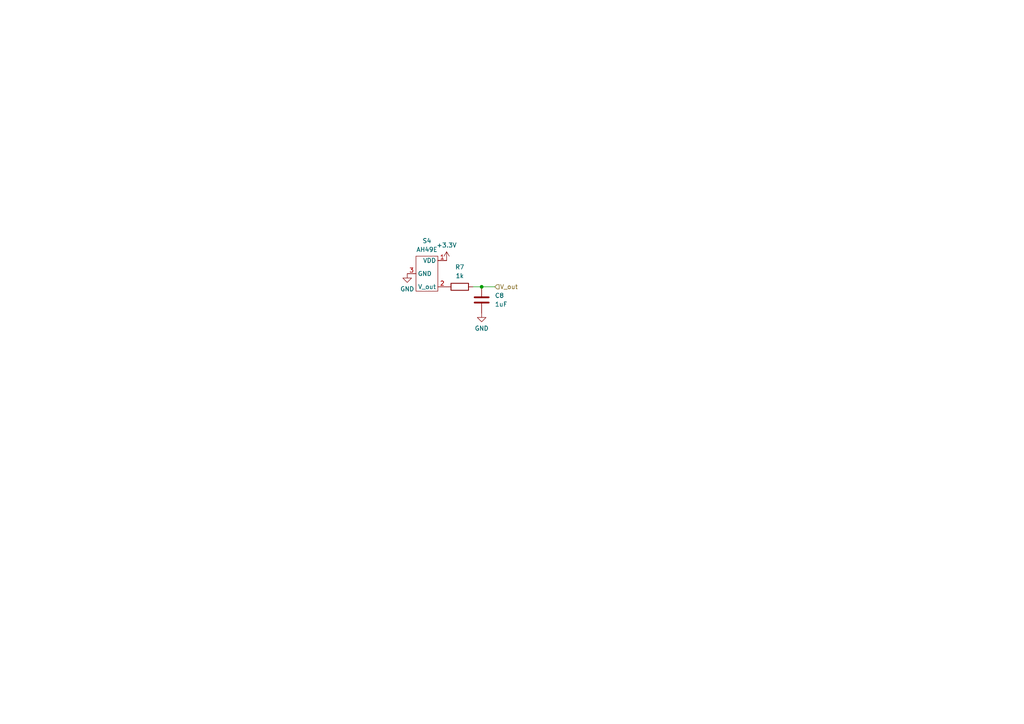
<source format=kicad_sch>
(kicad_sch (version 20230121) (generator eeschema)
  (paper "A4")
  (lib_symbols
    (symbol "Device:C" (pin_numbers hide) (pin_names (offset 0.254))
      (property "Reference" "C" (at 0.635 2.54 0))
      (property "Value" "C" (at 0.635 -2.54 0))
      (symbol "C_0_1"
        (polyline (pts (xy -2.032 -0.762) (xy 2.032 -0.762)) (stroke (width 0.508)))
        (polyline (pts (xy -2.032 0.762) (xy 2.032 0.762)) (stroke (width 0.508)))
      )
      (symbol "C_1_1"
        (pin passive line (at 0 3.81 270) (length 2.794) (name "~") (number "1"))
        (pin passive line (at 0 -3.81 90) (length 2.794) (name "~") (number "2"))
      )
    )
    (symbol "Device:R" (pin_numbers hide) (pin_names (offset 0))
      (property "Reference" "R" (at 2.032 0 90))
      (property "Value" "R" (at 0 0 90))
      (symbol "R_0_1"
        (rectangle (start -1.016 -2.54) (end 1.016 2.54) (stroke (width 0.254)))
      )
      (symbol "R_1_1"
        (pin passive line (at 0 3.81 270) (length 1.27) (name "~") (number "1"))
        (pin passive line (at 0 -3.81 90) (length 1.27) (name "~") (number "2"))
      )
    )
    (symbol "HEsensors:AH49E"
      (property "Reference" "S?" (at -5.08 12.7 0))
      (property "Value" "AH49E" (at -6.35 10.16 0))
      (symbol "AH49E_0_1"
        (rectangle (start -7.62 8.89) (end -1.27 -1.27))
      )
      (symbol "AH49E_1_1"
        (pin power_in line (at 1.27 7.62 180) (length 2.54) (name "VDD") (number "1"))
        (pin output line (at 1.27 0 180) (length 2.54) (name "V_out") (number "2"))
        (pin power_out line (at -10.16 3.81 0) (length 2.54) (name "GND") (number "3"))
      )
    )
    (symbol "power:+3.3V" (power) (pin_names (offset 0))
      (property "Value" "+3.3V" (at 0 3.556 0))
      (symbol "+3.3V_0_1"
        (polyline (pts (xy -0.762 1.27) (xy 0 2.54)))
        (polyline (pts (xy 0 0) (xy 0 2.54)))
        (polyline (pts (xy 0 2.54) (xy 0.762 1.27)))
      )
      (symbol "+3.3V_1_1"
        (pin power_in line (at 0 0 90) (length 0) hide (name "+3.3V") (number "1"))
      )
    )
    (symbol "power:GND" (power) (pin_names (offset 0))
      (property "Value" "GND" (at 0 -3.81 0))
      (symbol "GND_0_1"
        (polyline (pts (xy 0 0) (xy 0 -1.27) (xy 1.27 -1.27) (xy 0 -2.54) (xy -1.27 -1.27) (xy 0 -1.27)))
      )
      (symbol "GND_1_1"
        (pin power_in line (at 0 0 270) (length 0) hide (name "GND") (number "1"))
      )
    )
  )
  (junction (at 139.7 83.185))
  (wire (pts (xy 137.16 83.185) (xy 139.7 83.185)))
  (wire (pts (xy 139.7 83.185) (xy 143.51 83.185)))
  (hierarchical_label "V_out" (shape input) (at 143.51 83.185 0))
  (symbol (lib_id "Device:C") (at 139.7 86.995 0) (unit 1)
    (property "Reference" "C8" (at 143.51 85.725 0) (effects (justify left)))
    (property "Value" "1uF" (at 143.51 88.265 0) (effects (justify left)))
    (instances (project "finalhe" (path "" (reference "C8") (unit 1)) (path "" (reference "C13") (unit 1)) (path "" (reference "C14") (unit 1)) (path "" (reference "C5") (unit 1)) (path "" (reference "C7") (unit 1)) (path "" (reference "C10") (unit 1)) (path "" (reference "C49") (unit 1)) (path "" (reference "C35") (unit 1)) (path "" (reference "C24") (unit 1)) (path "" (reference "C36") (unit 1)) (path "" (reference "C38") (unit 1)) (path "" (reference "C48") (unit 1)) (path "" (reference "C40") (unit 1)) (path "" (reference "C51") (unit 1)) (path "" (reference "C42") (unit 1)) (path "" (reference "C54") (unit 1)) (path "" (reference "C52") (unit 1)) (path "" (reference "C33") (unit 1)) (path "" (reference "C53") (unit 1)) (path "" (reference "C45") (unit 1)) (path "" (reference "C47") (unit 1)) (path "" (reference "C44") (unit 1)) (path "" (reference "C50") (unit 1)) (path "" (reference "C46") (unit 1)) (path "" (reference "C43") (unit 1)) (path "" (reference "C41") (unit 1)) (path "" (reference "C55") (unit 1)) (path "" (reference "C34") (unit 1)) (path "" (reference "C9") (unit 1)) (path "" (reference "C12") (unit 1)) (path "" (reference "C11") (unit 1)) (path "" (reference "C32") (unit 1)) (path "" (reference "C16") (unit 1)) (path "" (reference "C26") (unit 1)) (path "" (reference "C25") (unit 1)) (path "" (reference "C23") (unit 1)) (path "" (reference "C31") (unit 1)) (path "" (reference "C30") (unit 1)) (path "" (reference "C37") (unit 1)) (path "" (reference "C27") (unit 1)) (path "" (reference "C28") (unit 1)) (path "" (reference "C29") (unit 1)) (path "" (reference "C6") (unit 1)) (path "" (reference "C19") (unit 1)) (path "" (reference "C20") (unit 1)) (path "" (reference "C17") (unit 1)) (path "" (reference "C18") (unit 1)) (path "" (reference "C15") (unit 1))))
  )
  (symbol (lib_id "power:GND") (at 118.11 79.375 0) (unit 1)
    (property "Reference" "#PWR019" (effects hide))
    (property "Value" "GND" (at 118.11 83.82 0))
    (instances (project "finalhe" (path "" (reference "#PWR019") (unit 1)) (path "" (reference "#PWR034") (unit 1)) (path "" (reference "#PWR037") (unit 1)) (path "" (reference "#PWR010") (unit 1)) (path "" (reference "#PWR016") (unit 1)) (path "" (reference "#PWR025") (unit 1)) (path "" (reference "#PWR0142") (unit 1)) (path "" (reference "#PWR0100") (unit 1)) (path "" (reference "#PWR067") (unit 1)) (path "" (reference "#PWR0103") (unit 1)) (path "" (reference "#PWR0109") (unit 1)) (path "" (reference "#PWR0139") (unit 1)) (path "" (reference "#PWR0115") (unit 1)) (path "" (reference "#PWR0148") (unit 1)) (path "" (reference "#PWR0121") (unit 1)) (path "" (reference "#PWR0157") (unit 1)) (path "" (reference "#PWR0151") (unit 1)) (path "" (reference "#PWR094") (unit 1)) (path "" (reference "#PWR0154") (unit 1)) (path "" (reference "#PWR0130") (unit 1)) (path "" (reference "#PWR0136") (unit 1)) (path "" (reference "#PWR0127") (unit 1)) (path "" (reference "#PWR0145") (unit 1)) (path "" (reference "#PWR0133") (unit 1)) (path "" (reference "#PWR0124") (unit 1)) (path "" (reference "#PWR0118") (unit 1)) (path "" (reference "#PWR0160") (unit 1)) (path "" (reference "#PWR097") (unit 1)) (path "" (reference "#PWR022") (unit 1)) (path "" (reference "#PWR031") (unit 1)) (path "" (reference "#PWR028") (unit 1)) (path "" (reference "#PWR091") (unit 1)) (path "" (reference "#PWR043") (unit 1)) (path "" (reference "#PWR073") (unit 1)) (path "" (reference "#PWR070") (unit 1)) (path "" (reference "#PWR064") (unit 1)) (path "" (reference "#PWR088") (unit 1)) (path "" (reference "#PWR085") (unit 1)) (path "" (reference "#PWR0106") (unit 1)) (path "" (reference "#PWR076") (unit 1)) (path "" (reference "#PWR079") (unit 1)) (path "" (reference "#PWR082") (unit 1)) (path "" (reference "#PWR013") (unit 1)) (path "" (reference "#PWR052") (unit 1)) (path "" (reference "#PWR055") (unit 1)) (path "" (reference "#PWR046") (unit 1)) (path "" (reference "#PWR049") (unit 1)) (path "" (reference "#PWR040") (unit 1))))
  )
  (symbol (lib_id "HEsensors:AH49E") (at 128.27 83.185 0) (unit 1)
    (property "Reference" "S4" (at 123.825 69.85 0))
    (property "Value" "AH49E" (at 123.825 72.39 0))
    (instances (project "finalhe" (path "" (reference "S4") (unit 1)) (path "" (reference "S9") (unit 1)) (path "" (reference "S10") (unit 1)) (path "" (reference "S1") (unit 1)) (path "" (reference "S3") (unit 1)) (path "" (reference "S6") (unit 1)) (path "" (reference "S42") (unit 1)) (path "" (reference "S29") (unit 1)) (path "" (reference "S18") (unit 1)) (path "" (reference "S30") (unit 1)) (path "" (reference "S32") (unit 1)) (path "" (reference "S41") (unit 1)) (path "" (reference "S33") (unit 1)) (path "" (reference "S44") (unit 1)) (path "" (reference "S35") (unit 1)) (path "" (reference "S47") (unit 1)) (path "" (reference "S45") (unit 1)) (path "" (reference "S27") (unit 1)) (path "" (reference "S46") (unit 1)) (path "" (reference "S38") (unit 1)) (path "" (reference "S40") (unit 1)) (path "" (reference "S37") (unit 1)) (path "" (reference "S43") (unit 1)) (path "" (reference "S39") (unit 1)) (path "" (reference "S36") (unit 1)) (path "" (reference "S34") (unit 1)) (path "" (reference "S48") (unit 1)) (path "" (reference "S28") (unit 1)) (path "" (reference "S5") (unit 1)) (path "" (reference "S8") (unit 1)) (path "" (reference "S7") (unit 1)) (path "" (reference "S26") (unit 1)) (path "" (reference "S12") (unit 1)) (path "" (reference "S20") (unit 1)) (path "" (reference "S19") (unit 1)) (path "" (reference "S17") (unit 1)) (path "" (reference "S25") (unit 1)) (path "" (reference "S24") (unit 1)) (path "" (reference "S31") (unit 1)) (path "" (reference "S21") (unit 1)) (path "" (reference "S22") (unit 1)) (path "" (reference "S23") (unit 1)) (path "" (reference "S2") (unit 1)) (path "" (reference "S15") (unit 1)) (path "" (reference "S16") (unit 1)) (path "" (reference "S13") (unit 1)) (path "" (reference "S14") (unit 1)) (path "" (reference "S11") (unit 1))))
  )
  (symbol (lib_id "Device:R") (at 133.35 83.185 90) (unit 1)
    (property "Reference" "R7" (at 133.35 77.47 90))
    (property "Value" "1k" (at 133.35 80.01 90))
    (instances (project "finalhe" (path "" (reference "R7") (unit 1)) (path "" (reference "R12") (unit 1)) (path "" (reference "R13") (unit 1)) (path "" (reference "R4") (unit 1)) (path "" (reference "R6") (unit 1)) (path "" (reference "R9") (unit 1)) (path "" (reference "R45") (unit 1)) (path "" (reference "R32") (unit 1)) (path "" (reference "R21") (unit 1)) (path "" (reference "R33") (unit 1)) (path "" (reference "R35") (unit 1)) (path "" (reference "R44") (unit 1)) (path "" (reference "R36") (unit 1)) (path "" (reference "R47") (unit 1)) (path "" (reference "R38") (unit 1)) (path "" (reference "R50") (unit 1)) (path "" (reference "R48") (unit 1)) (path "" (reference "R30") (unit 1)) (path "" (reference "R49") (unit 1)) (path "" (reference "R41") (unit 1)) (path "" (reference "R43") (unit 1)) (path "" (reference "R40") (unit 1)) (path "" (reference "R46") (unit 1)) (path "" (reference "R42") (unit 1)) (path "" (reference "R39") (unit 1)) (path "" (reference "R37") (unit 1)) (path "" (reference "R51") (unit 1)) (path "" (reference "R31") (unit 1)) (path "" (reference "R8") (unit 1)) (path "" (reference "R11") (unit 1)) (path "" (reference "R10") (unit 1)) (path "" (reference "R29") (unit 1)) (path "" (reference "R15") (unit 1)) (path "" (reference "R23") (unit 1)) (path "" (reference "R22") (unit 1)) (path "" (reference "R20") (unit 1)) (path "" (reference "R28") (unit 1)) (path "" (reference "R27") (unit 1)) (path "" (reference "R34") (unit 1)) (path "" (reference "R24") (unit 1)) (path "" (reference "R25") (unit 1)) (path "" (reference "R26") (unit 1)) (path "" (reference "R5") (unit 1)) (path "" (reference "R18") (unit 1)) (path "" (reference "R19") (unit 1)) (path "" (reference "R16") (unit 1)) (path "" (reference "R17") (unit 1)) (path "" (reference "R14") (unit 1))))
  )
  (symbol (lib_id "power:GND") (at 139.7 90.805 0) (unit 1)
    (property "Reference" "#PWR021" (effects hide))
    (property "Value" "GND" (at 139.7 95.25 0))
    (instances (project "finalhe" (path "" (reference "#PWR021") (unit 1)) (path "" (reference "#PWR036") (unit 1)) (path "" (reference "#PWR039") (unit 1)) (path "" (reference "#PWR012") (unit 1)) (path "" (reference "#PWR018") (unit 1)) (path "" (reference "#PWR027") (unit 1)) (path "" (reference "#PWR0144") (unit 1)) (path "" (reference "#PWR0102") (unit 1)) (path "" (reference "#PWR069") (unit 1)) (path "" (reference "#PWR0105") (unit 1)) (path "" (reference "#PWR0111") (unit 1)) (path "" (reference "#PWR0141") (unit 1)) (path "" (reference "#PWR0117") (unit 1)) (path "" (reference "#PWR0150") (unit 1)) (path "" (reference "#PWR0123") (unit 1)) (path "" (reference "#PWR0159") (unit 1)) (path "" (reference "#PWR0153") (unit 1)) (path "" (reference "#PWR096") (unit 1)) (path "" (reference "#PWR0156") (unit 1)) (path "" (reference "#PWR0132") (unit 1)) (path "" (reference "#PWR0138") (unit 1)) (path "" (reference "#PWR0129") (unit 1)) (path "" (reference "#PWR0147") (unit 1)) (path "" (reference "#PWR0135") (unit 1)) (path "" (reference "#PWR0126") (unit 1)) (path "" (reference "#PWR0120") (unit 1)) (path "" (reference "#PWR0162") (unit 1)) (path "" (reference "#PWR099") (unit 1)) (path "" (reference "#PWR024") (unit 1)) (path "" (reference "#PWR033") (unit 1)) (path "" (reference "#PWR030") (unit 1)) (path "" (reference "#PWR093") (unit 1)) (path "" (reference "#PWR045") (unit 1)) (path "" (reference "#PWR075") (unit 1)) (path "" (reference "#PWR072") (unit 1)) (path "" (reference "#PWR066") (unit 1)) (path "" (reference "#PWR090") (unit 1)) (path "" (reference "#PWR087") (unit 1)) (path "" (reference "#PWR0108") (unit 1)) (path "" (reference "#PWR078") (unit 1)) (path "" (reference "#PWR081") (unit 1)) (path "" (reference "#PWR084") (unit 1)) (path "" (reference "#PWR015") (unit 1)) (path "" (reference "#PWR054") (unit 1)) (path "" (reference "#PWR057") (unit 1)) (path "" (reference "#PWR048") (unit 1)) (path "" (reference "#PWR051") (unit 1)) (path "" (reference "#PWR042") (unit 1))))
  )
  (symbol (lib_id "power:+3.3V") (at 129.54 75.565 0) (unit 1)
    (property "Reference" "#PWR020" (effects hide))
    (property "Value" "+3.3V" (at 129.54 71.12 0))
    (instances (project "finalhe" (path "" (reference "#PWR020") (unit 1)) (path "" (reference "#PWR035") (unit 1)) (path "" (reference "#PWR038") (unit 1)) (path "" (reference "#PWR011") (unit 1)) (path "" (reference "#PWR017") (unit 1)) (path "" (reference "#PWR026") (unit 1)) (path "" (reference "#PWR0143") (unit 1)) (path "" (reference "#PWR0101") (unit 1)) (path "" (reference "#PWR068") (unit 1)) (path "" (reference "#PWR0104") (unit 1)) (path "" (reference "#PWR0110") (unit 1)) (path "" (reference "#PWR0140") (unit 1)) (path "" (reference "#PWR0116") (unit 1)) (path "" (reference "#PWR0149") (unit 1)) (path "" (reference "#PWR0122") (unit 1)) (path "" (reference "#PWR0158") (unit 1)) (path "" (reference "#PWR0152") (unit 1)) (path "" (reference "#PWR095") (unit 1)) (path "" (reference "#PWR0155") (unit 1)) (path "" (reference "#PWR0131") (unit 1)) (path "" (reference "#PWR0137") (unit 1)) (path "" (reference "#PWR0128") (unit 1)) (path "" (reference "#PWR0146") (unit 1)) (path "" (reference "#PWR0134") (unit 1)) (path "" (reference "#PWR0125") (unit 1)) (path "" (reference "#PWR0119") (unit 1)) (path "" (reference "#PWR0161") (unit 1)) (path "" (reference "#PWR098") (unit 1)) (path "" (reference "#PWR023") (unit 1)) (path "" (reference "#PWR032") (unit 1)) (path "" (reference "#PWR029") (unit 1)) (path "" (reference "#PWR092") (unit 1)) (path "" (reference "#PWR044") (unit 1)) (path "" (reference "#PWR074") (unit 1)) (path "" (reference "#PWR071") (unit 1)) (path "" (reference "#PWR065") (unit 1)) (path "" (reference "#PWR089") (unit 1)) (path "" (reference "#PWR086") (unit 1)) (path "" (reference "#PWR0107") (unit 1)) (path "" (reference "#PWR077") (unit 1)) (path "" (reference "#PWR080") (unit 1)) (path "" (reference "#PWR083") (unit 1)) (path "" (reference "#PWR014") (unit 1)) (path "" (reference "#PWR053") (unit 1)) (path "" (reference "#PWR056") (unit 1)) (path "" (reference "#PWR047") (unit 1)) (path "" (reference "#PWR050") (unit 1)) (path "" (reference "#PWR041") (unit 1))))
  )
)
</source>
